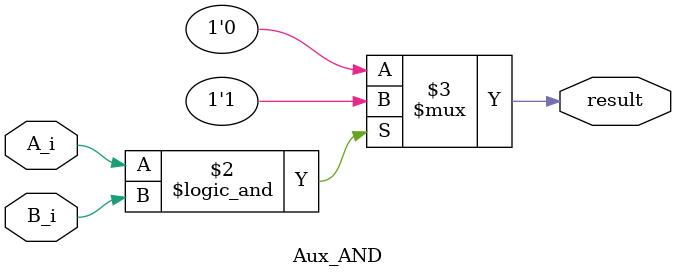
<source format=v>
/******************************************************************
* Description
*	Auxiliary AND module for Type B instructions and JAL(R);
*	Additional auxiliary module for program counter
*	1.0
* Author(s):
*	IS727550 - Diaz Aguayo; IS727272 - Cordero Hernandez
******************************************************************/

module Aux_AND
(
	input A_i,
	input B_i,
	
	output reg result
);

always @ (A_i or B_i or result) 
	begin
		result = (A_i && B_i) ? 1'b1 : 1'b0;
	end
	
endmodule
</source>
